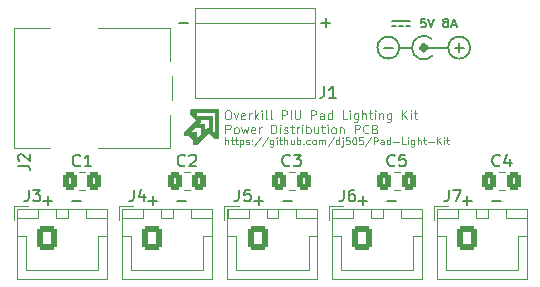
<source format=gto>
%TF.GenerationSoftware,KiCad,Pcbnew,(6.0.8)*%
%TF.CreationDate,2023-01-30T22:30:07-07:00*%
%TF.ProjectId,Power,506f7765-722e-46b6-9963-61645f706362,rev?*%
%TF.SameCoordinates,Original*%
%TF.FileFunction,Legend,Top*%
%TF.FilePolarity,Positive*%
%FSLAX46Y46*%
G04 Gerber Fmt 4.6, Leading zero omitted, Abs format (unit mm)*
G04 Created by KiCad (PCBNEW (6.0.8)) date 2023-01-30 22:30:07*
%MOMM*%
%LPD*%
G01*
G04 APERTURE LIST*
G04 Aperture macros list*
%AMRoundRect*
0 Rectangle with rounded corners*
0 $1 Rounding radius*
0 $2 $3 $4 $5 $6 $7 $8 $9 X,Y pos of 4 corners*
0 Add a 4 corners polygon primitive as box body*
4,1,4,$2,$3,$4,$5,$6,$7,$8,$9,$2,$3,0*
0 Add four circle primitives for the rounded corners*
1,1,$1+$1,$2,$3*
1,1,$1+$1,$4,$5*
1,1,$1+$1,$6,$7*
1,1,$1+$1,$8,$9*
0 Add four rect primitives between the rounded corners*
20,1,$1+$1,$2,$3,$4,$5,0*
20,1,$1+$1,$4,$5,$6,$7,0*
20,1,$1+$1,$6,$7,$8,$9,0*
20,1,$1+$1,$8,$9,$2,$3,0*%
G04 Aperture macros list end*
%ADD10C,0.150000*%
%ADD11C,0.125000*%
%ADD12C,0.100000*%
%ADD13C,0.120000*%
%ADD14C,0.500000*%
%ADD15RoundRect,0.250000X-0.337500X-0.475000X0.337500X-0.475000X0.337500X0.475000X-0.337500X0.475000X0*%
%ADD16RoundRect,0.250000X-0.600000X-0.750000X0.600000X-0.750000X0.600000X0.750000X-0.600000X0.750000X0*%
%ADD17O,1.700000X2.000000*%
%ADD18C,1.600000*%
%ADD19R,2.000000X4.000000*%
%ADD20O,2.000000X3.300000*%
%ADD21O,3.500000X2.000000*%
%ADD22R,3.000000X3.000000*%
%ADD23C,3.000000*%
G04 APERTURE END LIST*
D10*
X116535247Y-100579228D02*
X117297152Y-100579228D01*
X114071447Y-100553828D02*
X114833352Y-100553828D01*
X114452400Y-100934780D02*
X114452400Y-100172876D01*
X125425247Y-100579228D02*
X126187152Y-100579228D01*
X122961447Y-100553828D02*
X123723352Y-100553828D01*
X123342400Y-100934780D02*
X123342400Y-100172876D01*
X134416847Y-100579228D02*
X135178752Y-100579228D01*
X131953047Y-100553828D02*
X132714952Y-100553828D01*
X132334000Y-100934780D02*
X132334000Y-100172876D01*
X143205247Y-100579228D02*
X143967152Y-100579228D01*
X140741447Y-100553828D02*
X141503352Y-100553828D01*
X141122400Y-100934780D02*
X141122400Y-100172876D01*
X152069847Y-100553828D02*
X152831752Y-100553828D01*
X149606047Y-100528428D02*
X150367952Y-100528428D01*
X149987000Y-100909380D02*
X149987000Y-100147476D01*
X143825000Y-85737473D02*
X143925000Y-85737473D01*
X145125000Y-85337473D02*
X143625000Y-85337473D01*
X143625000Y-85737473D02*
X143825000Y-85737473D01*
X144825000Y-85737473D02*
X145125000Y-85737473D01*
X144225000Y-85737473D02*
X144525000Y-85737473D01*
X142919047Y-87583901D02*
X143680952Y-87583901D01*
X125619047Y-85471428D02*
X126380952Y-85471428D01*
D11*
X129652678Y-92885535D02*
X129795535Y-92885535D01*
X129866964Y-92921250D01*
X129938392Y-92992678D01*
X129974107Y-93135535D01*
X129974107Y-93385535D01*
X129938392Y-93528392D01*
X129866964Y-93599821D01*
X129795535Y-93635535D01*
X129652678Y-93635535D01*
X129581250Y-93599821D01*
X129509821Y-93528392D01*
X129474107Y-93385535D01*
X129474107Y-93135535D01*
X129509821Y-92992678D01*
X129581250Y-92921250D01*
X129652678Y-92885535D01*
X130224107Y-93135535D02*
X130402678Y-93635535D01*
X130581250Y-93135535D01*
X131152678Y-93599821D02*
X131081250Y-93635535D01*
X130938392Y-93635535D01*
X130866964Y-93599821D01*
X130831250Y-93528392D01*
X130831250Y-93242678D01*
X130866964Y-93171250D01*
X130938392Y-93135535D01*
X131081250Y-93135535D01*
X131152678Y-93171250D01*
X131188392Y-93242678D01*
X131188392Y-93314107D01*
X130831250Y-93385535D01*
X131509821Y-93635535D02*
X131509821Y-93135535D01*
X131509821Y-93278392D02*
X131545535Y-93206964D01*
X131581250Y-93171250D01*
X131652678Y-93135535D01*
X131724107Y-93135535D01*
X131974107Y-93635535D02*
X131974107Y-92885535D01*
X132045535Y-93349821D02*
X132259821Y-93635535D01*
X132259821Y-93135535D02*
X131974107Y-93421250D01*
X132581250Y-93635535D02*
X132581250Y-93135535D01*
X132581250Y-92885535D02*
X132545535Y-92921250D01*
X132581250Y-92956964D01*
X132616964Y-92921250D01*
X132581250Y-92885535D01*
X132581250Y-92956964D01*
X133045535Y-93635535D02*
X132974107Y-93599821D01*
X132938392Y-93528392D01*
X132938392Y-92885535D01*
X133438392Y-93635535D02*
X133366964Y-93599821D01*
X133331250Y-93528392D01*
X133331250Y-92885535D01*
X134295535Y-93635535D02*
X134295535Y-92885535D01*
X134581250Y-92885535D01*
X134652678Y-92921250D01*
X134688392Y-92956964D01*
X134724107Y-93028392D01*
X134724107Y-93135535D01*
X134688392Y-93206964D01*
X134652678Y-93242678D01*
X134581250Y-93278392D01*
X134295535Y-93278392D01*
X135045535Y-93635535D02*
X135045535Y-92885535D01*
X135402678Y-92885535D02*
X135402678Y-93492678D01*
X135438392Y-93564107D01*
X135474107Y-93599821D01*
X135545535Y-93635535D01*
X135688392Y-93635535D01*
X135759821Y-93599821D01*
X135795535Y-93564107D01*
X135831250Y-93492678D01*
X135831250Y-92885535D01*
X136759821Y-93635535D02*
X136759821Y-92885535D01*
X137045535Y-92885535D01*
X137116964Y-92921250D01*
X137152678Y-92956964D01*
X137188392Y-93028392D01*
X137188392Y-93135535D01*
X137152678Y-93206964D01*
X137116964Y-93242678D01*
X137045535Y-93278392D01*
X136759821Y-93278392D01*
X137831250Y-93635535D02*
X137831250Y-93242678D01*
X137795535Y-93171250D01*
X137724107Y-93135535D01*
X137581250Y-93135535D01*
X137509821Y-93171250D01*
X137831250Y-93599821D02*
X137759821Y-93635535D01*
X137581250Y-93635535D01*
X137509821Y-93599821D01*
X137474107Y-93528392D01*
X137474107Y-93456964D01*
X137509821Y-93385535D01*
X137581250Y-93349821D01*
X137759821Y-93349821D01*
X137831250Y-93314107D01*
X138509821Y-93635535D02*
X138509821Y-92885535D01*
X138509821Y-93599821D02*
X138438392Y-93635535D01*
X138295535Y-93635535D01*
X138224107Y-93599821D01*
X138188392Y-93564107D01*
X138152678Y-93492678D01*
X138152678Y-93278392D01*
X138188392Y-93206964D01*
X138224107Y-93171250D01*
X138295535Y-93135535D01*
X138438392Y-93135535D01*
X138509821Y-93171250D01*
X139795535Y-93635535D02*
X139438392Y-93635535D01*
X139438392Y-92885535D01*
X140045535Y-93635535D02*
X140045535Y-93135535D01*
X140045535Y-92885535D02*
X140009821Y-92921250D01*
X140045535Y-92956964D01*
X140081250Y-92921250D01*
X140045535Y-92885535D01*
X140045535Y-92956964D01*
X140724107Y-93135535D02*
X140724107Y-93742678D01*
X140688392Y-93814107D01*
X140652678Y-93849821D01*
X140581250Y-93885535D01*
X140474107Y-93885535D01*
X140402678Y-93849821D01*
X140724107Y-93599821D02*
X140652678Y-93635535D01*
X140509821Y-93635535D01*
X140438392Y-93599821D01*
X140402678Y-93564107D01*
X140366964Y-93492678D01*
X140366964Y-93278392D01*
X140402678Y-93206964D01*
X140438392Y-93171250D01*
X140509821Y-93135535D01*
X140652678Y-93135535D01*
X140724107Y-93171250D01*
X141081250Y-93635535D02*
X141081250Y-92885535D01*
X141402678Y-93635535D02*
X141402678Y-93242678D01*
X141366964Y-93171250D01*
X141295535Y-93135535D01*
X141188392Y-93135535D01*
X141116964Y-93171250D01*
X141081250Y-93206964D01*
X141652678Y-93135535D02*
X141938392Y-93135535D01*
X141759821Y-92885535D02*
X141759821Y-93528392D01*
X141795535Y-93599821D01*
X141866964Y-93635535D01*
X141938392Y-93635535D01*
X142188392Y-93635535D02*
X142188392Y-93135535D01*
X142188392Y-92885535D02*
X142152678Y-92921250D01*
X142188392Y-92956964D01*
X142224107Y-92921250D01*
X142188392Y-92885535D01*
X142188392Y-92956964D01*
X142545535Y-93135535D02*
X142545535Y-93635535D01*
X142545535Y-93206964D02*
X142581250Y-93171250D01*
X142652678Y-93135535D01*
X142759821Y-93135535D01*
X142831250Y-93171250D01*
X142866964Y-93242678D01*
X142866964Y-93635535D01*
X143545535Y-93135535D02*
X143545535Y-93742678D01*
X143509821Y-93814107D01*
X143474107Y-93849821D01*
X143402678Y-93885535D01*
X143295535Y-93885535D01*
X143224107Y-93849821D01*
X143545535Y-93599821D02*
X143474107Y-93635535D01*
X143331250Y-93635535D01*
X143259821Y-93599821D01*
X143224107Y-93564107D01*
X143188392Y-93492678D01*
X143188392Y-93278392D01*
X143224107Y-93206964D01*
X143259821Y-93171250D01*
X143331250Y-93135535D01*
X143474107Y-93135535D01*
X143545535Y-93171250D01*
X144474107Y-93635535D02*
X144474107Y-92885535D01*
X144902678Y-93635535D02*
X144581250Y-93206964D01*
X144902678Y-92885535D02*
X144474107Y-93314107D01*
X145224107Y-93635535D02*
X145224107Y-93135535D01*
X145224107Y-92885535D02*
X145188392Y-92921250D01*
X145224107Y-92956964D01*
X145259821Y-92921250D01*
X145224107Y-92885535D01*
X145224107Y-92956964D01*
X145474107Y-93135535D02*
X145759821Y-93135535D01*
X145581250Y-92885535D02*
X145581250Y-93528392D01*
X145616964Y-93599821D01*
X145688392Y-93635535D01*
X145759821Y-93635535D01*
X129509821Y-94843035D02*
X129509821Y-94093035D01*
X129795535Y-94093035D01*
X129866964Y-94128750D01*
X129902678Y-94164464D01*
X129938392Y-94235892D01*
X129938392Y-94343035D01*
X129902678Y-94414464D01*
X129866964Y-94450178D01*
X129795535Y-94485892D01*
X129509821Y-94485892D01*
X130366964Y-94843035D02*
X130295535Y-94807321D01*
X130259821Y-94771607D01*
X130224107Y-94700178D01*
X130224107Y-94485892D01*
X130259821Y-94414464D01*
X130295535Y-94378750D01*
X130366964Y-94343035D01*
X130474107Y-94343035D01*
X130545535Y-94378750D01*
X130581250Y-94414464D01*
X130616964Y-94485892D01*
X130616964Y-94700178D01*
X130581250Y-94771607D01*
X130545535Y-94807321D01*
X130474107Y-94843035D01*
X130366964Y-94843035D01*
X130866964Y-94343035D02*
X131009821Y-94843035D01*
X131152678Y-94485892D01*
X131295535Y-94843035D01*
X131438392Y-94343035D01*
X132009821Y-94807321D02*
X131938392Y-94843035D01*
X131795535Y-94843035D01*
X131724107Y-94807321D01*
X131688392Y-94735892D01*
X131688392Y-94450178D01*
X131724107Y-94378750D01*
X131795535Y-94343035D01*
X131938392Y-94343035D01*
X132009821Y-94378750D01*
X132045535Y-94450178D01*
X132045535Y-94521607D01*
X131688392Y-94593035D01*
X132366964Y-94843035D02*
X132366964Y-94343035D01*
X132366964Y-94485892D02*
X132402678Y-94414464D01*
X132438392Y-94378750D01*
X132509821Y-94343035D01*
X132581250Y-94343035D01*
X133402678Y-94843035D02*
X133402678Y-94093035D01*
X133581250Y-94093035D01*
X133688392Y-94128750D01*
X133759821Y-94200178D01*
X133795535Y-94271607D01*
X133831250Y-94414464D01*
X133831250Y-94521607D01*
X133795535Y-94664464D01*
X133759821Y-94735892D01*
X133688392Y-94807321D01*
X133581250Y-94843035D01*
X133402678Y-94843035D01*
X134152678Y-94843035D02*
X134152678Y-94343035D01*
X134152678Y-94093035D02*
X134116964Y-94128750D01*
X134152678Y-94164464D01*
X134188392Y-94128750D01*
X134152678Y-94093035D01*
X134152678Y-94164464D01*
X134474107Y-94807321D02*
X134545535Y-94843035D01*
X134688392Y-94843035D01*
X134759821Y-94807321D01*
X134795535Y-94735892D01*
X134795535Y-94700178D01*
X134759821Y-94628750D01*
X134688392Y-94593035D01*
X134581250Y-94593035D01*
X134509821Y-94557321D01*
X134474107Y-94485892D01*
X134474107Y-94450178D01*
X134509821Y-94378750D01*
X134581250Y-94343035D01*
X134688392Y-94343035D01*
X134759821Y-94378750D01*
X135009821Y-94343035D02*
X135295535Y-94343035D01*
X135116964Y-94093035D02*
X135116964Y-94735892D01*
X135152678Y-94807321D01*
X135224107Y-94843035D01*
X135295535Y-94843035D01*
X135545535Y-94843035D02*
X135545535Y-94343035D01*
X135545535Y-94485892D02*
X135581250Y-94414464D01*
X135616964Y-94378750D01*
X135688392Y-94343035D01*
X135759821Y-94343035D01*
X136009821Y-94843035D02*
X136009821Y-94343035D01*
X136009821Y-94093035D02*
X135974107Y-94128750D01*
X136009821Y-94164464D01*
X136045535Y-94128750D01*
X136009821Y-94093035D01*
X136009821Y-94164464D01*
X136366964Y-94843035D02*
X136366964Y-94093035D01*
X136366964Y-94378750D02*
X136438392Y-94343035D01*
X136581250Y-94343035D01*
X136652678Y-94378750D01*
X136688392Y-94414464D01*
X136724107Y-94485892D01*
X136724107Y-94700178D01*
X136688392Y-94771607D01*
X136652678Y-94807321D01*
X136581250Y-94843035D01*
X136438392Y-94843035D01*
X136366964Y-94807321D01*
X137366964Y-94343035D02*
X137366964Y-94843035D01*
X137045535Y-94343035D02*
X137045535Y-94735892D01*
X137081250Y-94807321D01*
X137152678Y-94843035D01*
X137259821Y-94843035D01*
X137331250Y-94807321D01*
X137366964Y-94771607D01*
X137616964Y-94343035D02*
X137902678Y-94343035D01*
X137724107Y-94093035D02*
X137724107Y-94735892D01*
X137759821Y-94807321D01*
X137831250Y-94843035D01*
X137902678Y-94843035D01*
X138152678Y-94843035D02*
X138152678Y-94343035D01*
X138152678Y-94093035D02*
X138116964Y-94128750D01*
X138152678Y-94164464D01*
X138188392Y-94128750D01*
X138152678Y-94093035D01*
X138152678Y-94164464D01*
X138616964Y-94843035D02*
X138545535Y-94807321D01*
X138509821Y-94771607D01*
X138474107Y-94700178D01*
X138474107Y-94485892D01*
X138509821Y-94414464D01*
X138545535Y-94378750D01*
X138616964Y-94343035D01*
X138724107Y-94343035D01*
X138795535Y-94378750D01*
X138831250Y-94414464D01*
X138866964Y-94485892D01*
X138866964Y-94700178D01*
X138831250Y-94771607D01*
X138795535Y-94807321D01*
X138724107Y-94843035D01*
X138616964Y-94843035D01*
X139188392Y-94343035D02*
X139188392Y-94843035D01*
X139188392Y-94414464D02*
X139224107Y-94378750D01*
X139295535Y-94343035D01*
X139402678Y-94343035D01*
X139474107Y-94378750D01*
X139509821Y-94450178D01*
X139509821Y-94843035D01*
X140438392Y-94843035D02*
X140438392Y-94093035D01*
X140724107Y-94093035D01*
X140795535Y-94128750D01*
X140831250Y-94164464D01*
X140866964Y-94235892D01*
X140866964Y-94343035D01*
X140831250Y-94414464D01*
X140795535Y-94450178D01*
X140724107Y-94485892D01*
X140438392Y-94485892D01*
X141616964Y-94771607D02*
X141581250Y-94807321D01*
X141474107Y-94843035D01*
X141402678Y-94843035D01*
X141295535Y-94807321D01*
X141224107Y-94735892D01*
X141188392Y-94664464D01*
X141152678Y-94521607D01*
X141152678Y-94414464D01*
X141188392Y-94271607D01*
X141224107Y-94200178D01*
X141295535Y-94128750D01*
X141402678Y-94093035D01*
X141474107Y-94093035D01*
X141581250Y-94128750D01*
X141616964Y-94164464D01*
X142188392Y-94450178D02*
X142295535Y-94485892D01*
X142331250Y-94521607D01*
X142366964Y-94593035D01*
X142366964Y-94700178D01*
X142331250Y-94771607D01*
X142295535Y-94807321D01*
X142224107Y-94843035D01*
X141938392Y-94843035D01*
X141938392Y-94093035D01*
X142188392Y-94093035D01*
X142259821Y-94128750D01*
X142295535Y-94164464D01*
X142331250Y-94235892D01*
X142331250Y-94307321D01*
X142295535Y-94378750D01*
X142259821Y-94414464D01*
X142188392Y-94450178D01*
X141938392Y-94450178D01*
D10*
X146417857Y-85126758D02*
X146060714Y-85126758D01*
X146025000Y-85483901D01*
X146060714Y-85448187D01*
X146132142Y-85412473D01*
X146310714Y-85412473D01*
X146382142Y-85448187D01*
X146417857Y-85483901D01*
X146453571Y-85555330D01*
X146453571Y-85733901D01*
X146417857Y-85805330D01*
X146382142Y-85841044D01*
X146310714Y-85876758D01*
X146132142Y-85876758D01*
X146060714Y-85841044D01*
X146025000Y-85805330D01*
X146667857Y-85126758D02*
X146917857Y-85876758D01*
X147167857Y-85126758D01*
X148096428Y-85448187D02*
X148025000Y-85412473D01*
X147989285Y-85376758D01*
X147953571Y-85305330D01*
X147953571Y-85269615D01*
X147989285Y-85198187D01*
X148025000Y-85162473D01*
X148096428Y-85126758D01*
X148239285Y-85126758D01*
X148310714Y-85162473D01*
X148346428Y-85198187D01*
X148382142Y-85269615D01*
X148382142Y-85305330D01*
X148346428Y-85376758D01*
X148310714Y-85412473D01*
X148239285Y-85448187D01*
X148096428Y-85448187D01*
X148025000Y-85483901D01*
X147989285Y-85519615D01*
X147953571Y-85591044D01*
X147953571Y-85733901D01*
X147989285Y-85805330D01*
X148025000Y-85841044D01*
X148096428Y-85876758D01*
X148239285Y-85876758D01*
X148310714Y-85841044D01*
X148346428Y-85805330D01*
X148382142Y-85733901D01*
X148382142Y-85591044D01*
X148346428Y-85519615D01*
X148310714Y-85483901D01*
X148239285Y-85448187D01*
X148667857Y-85662473D02*
X149025000Y-85662473D01*
X148596428Y-85876758D02*
X148846428Y-85126758D01*
X149096428Y-85876758D01*
D12*
X129507857Y-95771428D02*
X129507857Y-95171428D01*
X129765000Y-95771428D02*
X129765000Y-95457142D01*
X129736428Y-95400000D01*
X129679285Y-95371428D01*
X129593571Y-95371428D01*
X129536428Y-95400000D01*
X129507857Y-95428571D01*
X129965000Y-95371428D02*
X130193571Y-95371428D01*
X130050714Y-95171428D02*
X130050714Y-95685714D01*
X130079285Y-95742857D01*
X130136428Y-95771428D01*
X130193571Y-95771428D01*
X130307857Y-95371428D02*
X130536428Y-95371428D01*
X130393571Y-95171428D02*
X130393571Y-95685714D01*
X130422142Y-95742857D01*
X130479285Y-95771428D01*
X130536428Y-95771428D01*
X130736428Y-95371428D02*
X130736428Y-95971428D01*
X130736428Y-95400000D02*
X130793571Y-95371428D01*
X130907857Y-95371428D01*
X130965000Y-95400000D01*
X130993571Y-95428571D01*
X131022142Y-95485714D01*
X131022142Y-95657142D01*
X130993571Y-95714285D01*
X130965000Y-95742857D01*
X130907857Y-95771428D01*
X130793571Y-95771428D01*
X130736428Y-95742857D01*
X131250714Y-95742857D02*
X131307857Y-95771428D01*
X131422142Y-95771428D01*
X131479285Y-95742857D01*
X131507857Y-95685714D01*
X131507857Y-95657142D01*
X131479285Y-95600000D01*
X131422142Y-95571428D01*
X131336428Y-95571428D01*
X131279285Y-95542857D01*
X131250714Y-95485714D01*
X131250714Y-95457142D01*
X131279285Y-95400000D01*
X131336428Y-95371428D01*
X131422142Y-95371428D01*
X131479285Y-95400000D01*
X131765000Y-95714285D02*
X131793571Y-95742857D01*
X131765000Y-95771428D01*
X131736428Y-95742857D01*
X131765000Y-95714285D01*
X131765000Y-95771428D01*
X131765000Y-95400000D02*
X131793571Y-95428571D01*
X131765000Y-95457142D01*
X131736428Y-95428571D01*
X131765000Y-95400000D01*
X131765000Y-95457142D01*
X132479285Y-95142857D02*
X131965000Y-95914285D01*
X133107857Y-95142857D02*
X132593571Y-95914285D01*
X133565000Y-95371428D02*
X133565000Y-95857142D01*
X133536428Y-95914285D01*
X133507857Y-95942857D01*
X133450714Y-95971428D01*
X133365000Y-95971428D01*
X133307857Y-95942857D01*
X133565000Y-95742857D02*
X133507857Y-95771428D01*
X133393571Y-95771428D01*
X133336428Y-95742857D01*
X133307857Y-95714285D01*
X133279285Y-95657142D01*
X133279285Y-95485714D01*
X133307857Y-95428571D01*
X133336428Y-95400000D01*
X133393571Y-95371428D01*
X133507857Y-95371428D01*
X133565000Y-95400000D01*
X133850714Y-95771428D02*
X133850714Y-95371428D01*
X133850714Y-95171428D02*
X133822142Y-95200000D01*
X133850714Y-95228571D01*
X133879285Y-95200000D01*
X133850714Y-95171428D01*
X133850714Y-95228571D01*
X134050714Y-95371428D02*
X134279285Y-95371428D01*
X134136428Y-95171428D02*
X134136428Y-95685714D01*
X134165000Y-95742857D01*
X134222142Y-95771428D01*
X134279285Y-95771428D01*
X134479285Y-95771428D02*
X134479285Y-95171428D01*
X134736428Y-95771428D02*
X134736428Y-95457142D01*
X134707857Y-95400000D01*
X134650714Y-95371428D01*
X134565000Y-95371428D01*
X134507857Y-95400000D01*
X134479285Y-95428571D01*
X135279285Y-95371428D02*
X135279285Y-95771428D01*
X135022142Y-95371428D02*
X135022142Y-95685714D01*
X135050714Y-95742857D01*
X135107857Y-95771428D01*
X135193571Y-95771428D01*
X135250714Y-95742857D01*
X135279285Y-95714285D01*
X135565000Y-95771428D02*
X135565000Y-95171428D01*
X135565000Y-95400000D02*
X135622142Y-95371428D01*
X135736428Y-95371428D01*
X135793571Y-95400000D01*
X135822142Y-95428571D01*
X135850714Y-95485714D01*
X135850714Y-95657142D01*
X135822142Y-95714285D01*
X135793571Y-95742857D01*
X135736428Y-95771428D01*
X135622142Y-95771428D01*
X135565000Y-95742857D01*
X136107857Y-95714285D02*
X136136428Y-95742857D01*
X136107857Y-95771428D01*
X136079285Y-95742857D01*
X136107857Y-95714285D01*
X136107857Y-95771428D01*
X136650714Y-95742857D02*
X136593571Y-95771428D01*
X136479285Y-95771428D01*
X136422142Y-95742857D01*
X136393571Y-95714285D01*
X136365000Y-95657142D01*
X136365000Y-95485714D01*
X136393571Y-95428571D01*
X136422142Y-95400000D01*
X136479285Y-95371428D01*
X136593571Y-95371428D01*
X136650714Y-95400000D01*
X136993571Y-95771428D02*
X136936428Y-95742857D01*
X136907857Y-95714285D01*
X136879285Y-95657142D01*
X136879285Y-95485714D01*
X136907857Y-95428571D01*
X136936428Y-95400000D01*
X136993571Y-95371428D01*
X137079285Y-95371428D01*
X137136428Y-95400000D01*
X137165000Y-95428571D01*
X137193571Y-95485714D01*
X137193571Y-95657142D01*
X137165000Y-95714285D01*
X137136428Y-95742857D01*
X137079285Y-95771428D01*
X136993571Y-95771428D01*
X137450714Y-95771428D02*
X137450714Y-95371428D01*
X137450714Y-95428571D02*
X137479285Y-95400000D01*
X137536428Y-95371428D01*
X137622142Y-95371428D01*
X137679285Y-95400000D01*
X137707857Y-95457142D01*
X137707857Y-95771428D01*
X137707857Y-95457142D02*
X137736428Y-95400000D01*
X137793571Y-95371428D01*
X137879285Y-95371428D01*
X137936428Y-95400000D01*
X137965000Y-95457142D01*
X137965000Y-95771428D01*
X138679285Y-95142857D02*
X138165000Y-95914285D01*
X139136428Y-95771428D02*
X139136428Y-95171428D01*
X139136428Y-95742857D02*
X139079285Y-95771428D01*
X138965000Y-95771428D01*
X138907857Y-95742857D01*
X138879285Y-95714285D01*
X138850714Y-95657142D01*
X138850714Y-95485714D01*
X138879285Y-95428571D01*
X138907857Y-95400000D01*
X138965000Y-95371428D01*
X139079285Y-95371428D01*
X139136428Y-95400000D01*
X139422142Y-95371428D02*
X139422142Y-95885714D01*
X139393571Y-95942857D01*
X139336428Y-95971428D01*
X139307857Y-95971428D01*
X139422142Y-95171428D02*
X139393571Y-95200000D01*
X139422142Y-95228571D01*
X139450714Y-95200000D01*
X139422142Y-95171428D01*
X139422142Y-95228571D01*
X139993571Y-95171428D02*
X139707857Y-95171428D01*
X139679285Y-95457142D01*
X139707857Y-95428571D01*
X139765000Y-95400000D01*
X139907857Y-95400000D01*
X139965000Y-95428571D01*
X139993571Y-95457142D01*
X140022142Y-95514285D01*
X140022142Y-95657142D01*
X139993571Y-95714285D01*
X139965000Y-95742857D01*
X139907857Y-95771428D01*
X139765000Y-95771428D01*
X139707857Y-95742857D01*
X139679285Y-95714285D01*
X140393571Y-95171428D02*
X140450714Y-95171428D01*
X140507857Y-95200000D01*
X140536428Y-95228571D01*
X140565000Y-95285714D01*
X140593571Y-95400000D01*
X140593571Y-95542857D01*
X140565000Y-95657142D01*
X140536428Y-95714285D01*
X140507857Y-95742857D01*
X140450714Y-95771428D01*
X140393571Y-95771428D01*
X140336428Y-95742857D01*
X140307857Y-95714285D01*
X140279285Y-95657142D01*
X140250714Y-95542857D01*
X140250714Y-95400000D01*
X140279285Y-95285714D01*
X140307857Y-95228571D01*
X140336428Y-95200000D01*
X140393571Y-95171428D01*
X141136428Y-95171428D02*
X140850714Y-95171428D01*
X140822142Y-95457142D01*
X140850714Y-95428571D01*
X140907857Y-95400000D01*
X141050714Y-95400000D01*
X141107857Y-95428571D01*
X141136428Y-95457142D01*
X141165000Y-95514285D01*
X141165000Y-95657142D01*
X141136428Y-95714285D01*
X141107857Y-95742857D01*
X141050714Y-95771428D01*
X140907857Y-95771428D01*
X140850714Y-95742857D01*
X140822142Y-95714285D01*
X141850714Y-95142857D02*
X141336428Y-95914285D01*
X142050714Y-95771428D02*
X142050714Y-95171428D01*
X142279285Y-95171428D01*
X142336428Y-95200000D01*
X142365000Y-95228571D01*
X142393571Y-95285714D01*
X142393571Y-95371428D01*
X142365000Y-95428571D01*
X142336428Y-95457142D01*
X142279285Y-95485714D01*
X142050714Y-95485714D01*
X142907857Y-95771428D02*
X142907857Y-95457142D01*
X142879285Y-95400000D01*
X142822142Y-95371428D01*
X142707857Y-95371428D01*
X142650714Y-95400000D01*
X142907857Y-95742857D02*
X142850714Y-95771428D01*
X142707857Y-95771428D01*
X142650714Y-95742857D01*
X142622142Y-95685714D01*
X142622142Y-95628571D01*
X142650714Y-95571428D01*
X142707857Y-95542857D01*
X142850714Y-95542857D01*
X142907857Y-95514285D01*
X143450714Y-95771428D02*
X143450714Y-95171428D01*
X143450714Y-95742857D02*
X143393571Y-95771428D01*
X143279285Y-95771428D01*
X143222142Y-95742857D01*
X143193571Y-95714285D01*
X143165000Y-95657142D01*
X143165000Y-95485714D01*
X143193571Y-95428571D01*
X143222142Y-95400000D01*
X143279285Y-95371428D01*
X143393571Y-95371428D01*
X143450714Y-95400000D01*
X143736428Y-95542857D02*
X144193571Y-95542857D01*
X144765000Y-95771428D02*
X144479285Y-95771428D01*
X144479285Y-95171428D01*
X144965000Y-95771428D02*
X144965000Y-95371428D01*
X144965000Y-95171428D02*
X144936428Y-95200000D01*
X144965000Y-95228571D01*
X144993571Y-95200000D01*
X144965000Y-95171428D01*
X144965000Y-95228571D01*
X145507857Y-95371428D02*
X145507857Y-95857142D01*
X145479285Y-95914285D01*
X145450714Y-95942857D01*
X145393571Y-95971428D01*
X145307857Y-95971428D01*
X145250714Y-95942857D01*
X145507857Y-95742857D02*
X145450714Y-95771428D01*
X145336428Y-95771428D01*
X145279285Y-95742857D01*
X145250714Y-95714285D01*
X145222142Y-95657142D01*
X145222142Y-95485714D01*
X145250714Y-95428571D01*
X145279285Y-95400000D01*
X145336428Y-95371428D01*
X145450714Y-95371428D01*
X145507857Y-95400000D01*
X145793571Y-95771428D02*
X145793571Y-95171428D01*
X146050714Y-95771428D02*
X146050714Y-95457142D01*
X146022142Y-95400000D01*
X145965000Y-95371428D01*
X145879285Y-95371428D01*
X145822142Y-95400000D01*
X145793571Y-95428571D01*
X146250714Y-95371428D02*
X146479285Y-95371428D01*
X146336428Y-95171428D02*
X146336428Y-95685714D01*
X146365000Y-95742857D01*
X146422142Y-95771428D01*
X146479285Y-95771428D01*
X146679285Y-95542857D02*
X147136428Y-95542857D01*
X147422142Y-95771428D02*
X147422142Y-95171428D01*
X147765000Y-95771428D02*
X147507857Y-95428571D01*
X147765000Y-95171428D02*
X147422142Y-95514285D01*
X148022142Y-95771428D02*
X148022142Y-95371428D01*
X148022142Y-95171428D02*
X147993571Y-95200000D01*
X148022142Y-95228571D01*
X148050714Y-95200000D01*
X148022142Y-95171428D01*
X148022142Y-95228571D01*
X148222142Y-95371428D02*
X148450714Y-95371428D01*
X148307857Y-95171428D02*
X148307857Y-95685714D01*
X148336428Y-95742857D01*
X148393571Y-95771428D01*
X148450714Y-95771428D01*
D10*
X137619047Y-85471428D02*
X138380952Y-85471428D01*
X138000000Y-85852380D02*
X138000000Y-85090476D01*
X148919047Y-87583901D02*
X149680952Y-87583901D01*
X149300000Y-87964853D02*
X149300000Y-87202949D01*
%TO.C,C1*%
X117214833Y-97551142D02*
X117167214Y-97598761D01*
X117024357Y-97646380D01*
X116929119Y-97646380D01*
X116786261Y-97598761D01*
X116691023Y-97503523D01*
X116643404Y-97408285D01*
X116595785Y-97217809D01*
X116595785Y-97074952D01*
X116643404Y-96884476D01*
X116691023Y-96789238D01*
X116786261Y-96694000D01*
X116929119Y-96646380D01*
X117024357Y-96646380D01*
X117167214Y-96694000D01*
X117214833Y-96741619D01*
X118167214Y-97646380D02*
X117595785Y-97646380D01*
X117881500Y-97646380D02*
X117881500Y-96646380D01*
X117786261Y-96789238D01*
X117691023Y-96884476D01*
X117595785Y-96932095D01*
%TO.C,J6*%
X139505371Y-99602380D02*
X139505371Y-100316666D01*
X139457752Y-100459523D01*
X139362514Y-100554761D01*
X139219657Y-100602380D01*
X139124419Y-100602380D01*
X140410133Y-99602380D02*
X140219657Y-99602380D01*
X140124419Y-99650000D01*
X140076800Y-99697619D01*
X139981562Y-99840476D01*
X139933943Y-100030952D01*
X139933943Y-100411904D01*
X139981562Y-100507142D01*
X140029181Y-100554761D01*
X140124419Y-100602380D01*
X140314895Y-100602380D01*
X140410133Y-100554761D01*
X140457752Y-100507142D01*
X140505371Y-100411904D01*
X140505371Y-100173809D01*
X140457752Y-100078571D01*
X140410133Y-100030952D01*
X140314895Y-99983333D01*
X140124419Y-99983333D01*
X140029181Y-100030952D01*
X139981562Y-100078571D01*
X139933943Y-100173809D01*
%TO.C,J5*%
X130655371Y-99602380D02*
X130655371Y-100316666D01*
X130607752Y-100459523D01*
X130512514Y-100554761D01*
X130369657Y-100602380D01*
X130274419Y-100602380D01*
X131607752Y-99602380D02*
X131131562Y-99602380D01*
X131083943Y-100078571D01*
X131131562Y-100030952D01*
X131226800Y-99983333D01*
X131464895Y-99983333D01*
X131560133Y-100030952D01*
X131607752Y-100078571D01*
X131655371Y-100173809D01*
X131655371Y-100411904D01*
X131607752Y-100507142D01*
X131560133Y-100554761D01*
X131464895Y-100602380D01*
X131226800Y-100602380D01*
X131131562Y-100554761D01*
X131083943Y-100507142D01*
%TO.C,J2*%
X111952380Y-97583333D02*
X112666666Y-97583333D01*
X112809523Y-97630952D01*
X112904761Y-97726190D01*
X112952380Y-97869047D01*
X112952380Y-97964285D01*
X112047619Y-97154761D02*
X112000000Y-97107142D01*
X111952380Y-97011904D01*
X111952380Y-96773809D01*
X112000000Y-96678571D01*
X112047619Y-96630952D01*
X112142857Y-96583333D01*
X112238095Y-96583333D01*
X112380952Y-96630952D01*
X112952380Y-97202380D01*
X112952380Y-96583333D01*
%TO.C,C2*%
X126083333Y-97551142D02*
X126035714Y-97598761D01*
X125892857Y-97646380D01*
X125797619Y-97646380D01*
X125654761Y-97598761D01*
X125559523Y-97503523D01*
X125511904Y-97408285D01*
X125464285Y-97217809D01*
X125464285Y-97074952D01*
X125511904Y-96884476D01*
X125559523Y-96789238D01*
X125654761Y-96694000D01*
X125797619Y-96646380D01*
X125892857Y-96646380D01*
X126035714Y-96694000D01*
X126083333Y-96741619D01*
X126464285Y-96741619D02*
X126511904Y-96694000D01*
X126607142Y-96646380D01*
X126845238Y-96646380D01*
X126940476Y-96694000D01*
X126988095Y-96741619D01*
X127035714Y-96836857D01*
X127035714Y-96932095D01*
X126988095Y-97074952D01*
X126416666Y-97646380D01*
X127035714Y-97646380D01*
%TO.C,J4*%
X121725371Y-99602380D02*
X121725371Y-100316666D01*
X121677752Y-100459523D01*
X121582514Y-100554761D01*
X121439657Y-100602380D01*
X121344419Y-100602380D01*
X122630133Y-99935714D02*
X122630133Y-100602380D01*
X122392038Y-99554761D02*
X122153943Y-100269047D01*
X122772990Y-100269047D01*
%TO.C,C4*%
X152731833Y-97551142D02*
X152684214Y-97598761D01*
X152541357Y-97646380D01*
X152446119Y-97646380D01*
X152303261Y-97598761D01*
X152208023Y-97503523D01*
X152160404Y-97408285D01*
X152112785Y-97217809D01*
X152112785Y-97074952D01*
X152160404Y-96884476D01*
X152208023Y-96789238D01*
X152303261Y-96694000D01*
X152446119Y-96646380D01*
X152541357Y-96646380D01*
X152684214Y-96694000D01*
X152731833Y-96741619D01*
X153588976Y-96979714D02*
X153588976Y-97646380D01*
X153350880Y-96598761D02*
X153112785Y-97313047D01*
X153731833Y-97313047D01*
%TO.C,J1*%
X137866666Y-90852380D02*
X137866666Y-91566666D01*
X137819047Y-91709523D01*
X137723809Y-91804761D01*
X137580952Y-91852380D01*
X137485714Y-91852380D01*
X138866666Y-91852380D02*
X138295238Y-91852380D01*
X138580952Y-91852380D02*
X138580952Y-90852380D01*
X138485714Y-90995238D01*
X138390476Y-91090476D01*
X138295238Y-91138095D01*
%TO.C,J7*%
X148395371Y-99602380D02*
X148395371Y-100316666D01*
X148347752Y-100459523D01*
X148252514Y-100554761D01*
X148109657Y-100602380D01*
X148014419Y-100602380D01*
X148776324Y-99602380D02*
X149442990Y-99602380D01*
X149014419Y-100602380D01*
%TO.C,C3*%
X134951833Y-97551142D02*
X134904214Y-97598761D01*
X134761357Y-97646380D01*
X134666119Y-97646380D01*
X134523261Y-97598761D01*
X134428023Y-97503523D01*
X134380404Y-97408285D01*
X134332785Y-97217809D01*
X134332785Y-97074952D01*
X134380404Y-96884476D01*
X134428023Y-96789238D01*
X134523261Y-96694000D01*
X134666119Y-96646380D01*
X134761357Y-96646380D01*
X134904214Y-96694000D01*
X134951833Y-96741619D01*
X135285166Y-96646380D02*
X135904214Y-96646380D01*
X135570880Y-97027333D01*
X135713738Y-97027333D01*
X135808976Y-97074952D01*
X135856595Y-97122571D01*
X135904214Y-97217809D01*
X135904214Y-97455904D01*
X135856595Y-97551142D01*
X135808976Y-97598761D01*
X135713738Y-97646380D01*
X135428023Y-97646380D01*
X135332785Y-97598761D01*
X135285166Y-97551142D01*
%TO.C,C5*%
X143841833Y-97551142D02*
X143794214Y-97598761D01*
X143651357Y-97646380D01*
X143556119Y-97646380D01*
X143413261Y-97598761D01*
X143318023Y-97503523D01*
X143270404Y-97408285D01*
X143222785Y-97217809D01*
X143222785Y-97074952D01*
X143270404Y-96884476D01*
X143318023Y-96789238D01*
X143413261Y-96694000D01*
X143556119Y-96646380D01*
X143651357Y-96646380D01*
X143794214Y-96694000D01*
X143841833Y-96741619D01*
X144746595Y-96646380D02*
X144270404Y-96646380D01*
X144222785Y-97122571D01*
X144270404Y-97074952D01*
X144365642Y-97027333D01*
X144603738Y-97027333D01*
X144698976Y-97074952D01*
X144746595Y-97122571D01*
X144794214Y-97217809D01*
X144794214Y-97455904D01*
X144746595Y-97551142D01*
X144698976Y-97598761D01*
X144603738Y-97646380D01*
X144365642Y-97646380D01*
X144270404Y-97598761D01*
X144222785Y-97551142D01*
%TO.C,J3*%
X112835371Y-99602380D02*
X112835371Y-100316666D01*
X112787752Y-100459523D01*
X112692514Y-100554761D01*
X112549657Y-100602380D01*
X112454419Y-100602380D01*
X113216324Y-99602380D02*
X113835371Y-99602380D01*
X113502038Y-99983333D01*
X113644895Y-99983333D01*
X113740133Y-100030952D01*
X113787752Y-100078571D01*
X113835371Y-100173809D01*
X113835371Y-100411904D01*
X113787752Y-100507142D01*
X113740133Y-100554761D01*
X113644895Y-100602380D01*
X113359181Y-100602380D01*
X113263943Y-100554761D01*
X113216324Y-100507142D01*
D13*
%TO.C,C1*%
X117120248Y-98139000D02*
X117642752Y-98139000D01*
X117120248Y-99609000D02*
X117642752Y-99609000D01*
%TO.C,J6*%
X139492500Y-100950000D02*
X138242500Y-100950000D01*
X138242500Y-100950000D02*
X138242500Y-102200000D01*
X142842500Y-101250000D02*
X141842500Y-101250000D01*
X145392500Y-106450000D02*
X142342500Y-106450000D01*
X146142500Y-102000000D02*
X146142500Y-101250000D01*
X140342500Y-101250000D02*
X138542500Y-101250000D01*
X141842500Y-102000000D02*
X142842500Y-102000000D01*
X146142500Y-103500000D02*
X145392500Y-103500000D01*
X138542500Y-102000000D02*
X140342500Y-102000000D01*
X139292500Y-103500000D02*
X139292500Y-106450000D01*
X142842500Y-102000000D02*
X142842500Y-101250000D01*
X138532500Y-107210000D02*
X146152500Y-107210000D01*
X146152500Y-101240000D02*
X138532500Y-101240000D01*
X139292500Y-106450000D02*
X142342500Y-106450000D01*
X138542500Y-101250000D02*
X138542500Y-102000000D01*
X144342500Y-102000000D02*
X146142500Y-102000000D01*
X146152500Y-107210000D02*
X146152500Y-101240000D01*
X144342500Y-101250000D02*
X144342500Y-102000000D01*
X141842500Y-101250000D02*
X141842500Y-102000000D01*
X140342500Y-102000000D02*
X140342500Y-101250000D01*
X145392500Y-103500000D02*
X145392500Y-106450000D01*
X138532500Y-101240000D02*
X138532500Y-107210000D01*
X138542500Y-103500000D02*
X139292500Y-103500000D01*
X146142500Y-101250000D02*
X144342500Y-101250000D01*
%TO.C,J5*%
X135492500Y-101250000D02*
X135492500Y-102000000D01*
X129692500Y-102000000D02*
X131492500Y-102000000D01*
X130442500Y-106450000D02*
X133492500Y-106450000D01*
X129682500Y-107210000D02*
X137302500Y-107210000D01*
X130642500Y-100950000D02*
X129392500Y-100950000D01*
X137302500Y-101240000D02*
X129682500Y-101240000D01*
X137292500Y-103500000D02*
X136542500Y-103500000D01*
X137302500Y-107210000D02*
X137302500Y-101240000D01*
X135492500Y-102000000D02*
X137292500Y-102000000D01*
X129692500Y-103500000D02*
X130442500Y-103500000D01*
X133992500Y-101250000D02*
X132992500Y-101250000D01*
X136542500Y-106450000D02*
X133492500Y-106450000D01*
X131492500Y-102000000D02*
X131492500Y-101250000D01*
X137292500Y-101250000D02*
X135492500Y-101250000D01*
X132992500Y-101250000D02*
X132992500Y-102000000D01*
X129692500Y-101250000D02*
X129692500Y-102000000D01*
X129682500Y-101240000D02*
X129682500Y-107210000D01*
X137292500Y-102000000D02*
X137292500Y-101250000D01*
X130442500Y-103500000D02*
X130442500Y-106450000D01*
X136542500Y-103500000D02*
X136542500Y-106450000D01*
X131492500Y-101250000D02*
X129692500Y-101250000D01*
X132992500Y-102000000D02*
X133992500Y-102000000D01*
X133992500Y-102000000D02*
X133992500Y-101250000D01*
X129392500Y-100950000D02*
X129392500Y-102200000D01*
%TO.C,J2*%
X125000000Y-90000000D02*
X125000000Y-92000000D01*
X111590000Y-85890000D02*
X114650000Y-85890000D01*
X124810000Y-96110000D02*
X118750000Y-96110000D01*
X114650000Y-96110000D02*
X111590000Y-96110000D01*
X124810000Y-93300000D02*
X124810000Y-96110000D01*
X124810000Y-85890000D02*
X124810000Y-88700000D01*
X118750000Y-85890000D02*
X124810000Y-85890000D01*
X111590000Y-96110000D02*
X111590000Y-85890000D01*
%TO.C,C2*%
X125988748Y-99609000D02*
X126511252Y-99609000D01*
X125988748Y-98139000D02*
X126511252Y-98139000D01*
%TO.C,J4*%
X128372500Y-107210000D02*
X128372500Y-101240000D01*
X127612500Y-103500000D02*
X127612500Y-106450000D01*
X122562500Y-101250000D02*
X120762500Y-101250000D01*
X124062500Y-101250000D02*
X124062500Y-102000000D01*
X120752500Y-101240000D02*
X120752500Y-107210000D01*
X128372500Y-101240000D02*
X120752500Y-101240000D01*
X121512500Y-103500000D02*
X121512500Y-106450000D01*
X120762500Y-101250000D02*
X120762500Y-102000000D01*
X120462500Y-100950000D02*
X120462500Y-102200000D01*
X122562500Y-102000000D02*
X122562500Y-101250000D01*
X128362500Y-103500000D02*
X127612500Y-103500000D01*
X120762500Y-103500000D02*
X121512500Y-103500000D01*
X124062500Y-102000000D02*
X125062500Y-102000000D01*
X121712500Y-100950000D02*
X120462500Y-100950000D01*
X120752500Y-107210000D02*
X128372500Y-107210000D01*
X128362500Y-101250000D02*
X126562500Y-101250000D01*
X125062500Y-101250000D02*
X124062500Y-101250000D01*
X126562500Y-101250000D02*
X126562500Y-102000000D01*
X120762500Y-102000000D02*
X122562500Y-102000000D01*
X128362500Y-102000000D02*
X128362500Y-101250000D01*
X127612500Y-106450000D02*
X124562500Y-106450000D01*
X121512500Y-106450000D02*
X124562500Y-106450000D01*
X125062500Y-102000000D02*
X125062500Y-101250000D01*
X126562500Y-102000000D02*
X128362500Y-102000000D01*
%TO.C,G\u002A\u002A\u002A*%
G36*
X126504409Y-92988400D02*
G01*
X126504788Y-92952080D01*
X126505659Y-92925180D01*
X126507216Y-92905542D01*
X126509652Y-92891009D01*
X126513163Y-92879426D01*
X126517943Y-92868634D01*
X126519775Y-92864991D01*
X126540988Y-92835899D01*
X126562692Y-92820619D01*
X126566298Y-92818824D01*
X126570233Y-92817187D01*
X126575120Y-92815702D01*
X126581580Y-92814362D01*
X126590238Y-92813158D01*
X126601714Y-92812083D01*
X126616631Y-92811131D01*
X126635613Y-92810293D01*
X126659281Y-92809563D01*
X126688258Y-92808932D01*
X126723167Y-92808395D01*
X126764629Y-92807942D01*
X126813268Y-92807568D01*
X126869705Y-92807264D01*
X126934564Y-92807023D01*
X127008467Y-92806838D01*
X127092036Y-92806701D01*
X127185894Y-92806606D01*
X127290663Y-92806544D01*
X127406965Y-92806509D01*
X127535424Y-92806493D01*
X127676662Y-92806488D01*
X127757502Y-92806488D01*
X127905820Y-92806489D01*
X128041026Y-92806499D01*
X128163739Y-92806524D01*
X128274581Y-92806572D01*
X128374172Y-92806650D01*
X128463132Y-92806764D01*
X128542082Y-92806924D01*
X128611643Y-92807135D01*
X128672436Y-92807405D01*
X128725080Y-92807741D01*
X128770197Y-92808151D01*
X128808406Y-92808642D01*
X128840330Y-92809222D01*
X128866587Y-92809896D01*
X128887800Y-92810674D01*
X128904588Y-92811561D01*
X128917571Y-92812566D01*
X128927372Y-92813695D01*
X128934609Y-92814956D01*
X128939905Y-92816356D01*
X128943879Y-92817903D01*
X128947152Y-92819604D01*
X128948635Y-92820464D01*
X128968558Y-92836349D01*
X128985239Y-92856333D01*
X128986402Y-92858231D01*
X128988177Y-92861389D01*
X128989796Y-92864953D01*
X128991265Y-92869546D01*
X128992591Y-92875787D01*
X128993782Y-92884297D01*
X128994844Y-92895696D01*
X128995786Y-92910606D01*
X128996615Y-92929647D01*
X128997337Y-92953439D01*
X128997961Y-92982603D01*
X128998493Y-93017759D01*
X128998940Y-93059529D01*
X128999311Y-93108533D01*
X128999611Y-93165391D01*
X128999849Y-93230723D01*
X129000032Y-93305152D01*
X129000167Y-93389296D01*
X129000261Y-93483778D01*
X129000322Y-93589216D01*
X129000357Y-93706233D01*
X129000373Y-93835448D01*
X129000378Y-93977482D01*
X129000378Y-94049364D01*
X129000377Y-94197678D01*
X129000368Y-94332881D01*
X129000343Y-94455595D01*
X129000297Y-94566443D01*
X129000220Y-94666048D01*
X129000107Y-94755032D01*
X128999948Y-94834017D01*
X128999738Y-94903626D01*
X128999469Y-94964481D01*
X128999133Y-95017206D01*
X128998723Y-95062421D01*
X128998232Y-95100751D01*
X128997652Y-95132817D01*
X128996976Y-95159241D01*
X128996196Y-95180647D01*
X128995306Y-95197657D01*
X128994298Y-95210893D01*
X128993164Y-95220977D01*
X128991897Y-95228533D01*
X128990490Y-95234182D01*
X128988935Y-95238548D01*
X128987225Y-95242252D01*
X128986247Y-95244174D01*
X128965239Y-95271417D01*
X128941875Y-95287091D01*
X128930881Y-95292319D01*
X128919786Y-95296215D01*
X128906433Y-95298975D01*
X128888666Y-95300792D01*
X128864327Y-95301861D01*
X128831260Y-95302377D01*
X128787308Y-95302535D01*
X128770570Y-95302541D01*
X128629506Y-95302541D01*
X128375498Y-95048463D01*
X128121490Y-94794386D01*
X127616743Y-95299099D01*
X127111995Y-95803811D01*
X126950072Y-95803811D01*
X126904238Y-95803625D01*
X126863050Y-95803102D01*
X126828472Y-95802296D01*
X126802470Y-95801262D01*
X126787008Y-95800053D01*
X126783572Y-95799234D01*
X126782281Y-95791352D01*
X126781132Y-95771702D01*
X126780177Y-95742248D01*
X126779471Y-95704955D01*
X126779068Y-95661788D01*
X126778994Y-95632676D01*
X126778994Y-95470696D01*
X126557542Y-95249383D01*
X126336090Y-95028069D01*
X126006488Y-95024439D01*
X126004643Y-94859783D01*
X126003296Y-94739470D01*
X126562797Y-94739470D01*
X127067396Y-94739470D01*
X127067396Y-95243860D01*
X127234575Y-95079215D01*
X127401753Y-94914571D01*
X127402809Y-94658786D01*
X127403866Y-94403000D01*
X126899056Y-94403000D01*
X126730927Y-94571235D01*
X126562797Y-94739470D01*
X126003296Y-94739470D01*
X126002800Y-94695127D01*
X126507639Y-94190251D01*
X126645083Y-94052798D01*
X127242704Y-94052798D01*
X127490146Y-94052798D01*
X127560336Y-94052928D01*
X127617728Y-94053339D01*
X127663255Y-94054061D01*
X127697849Y-94055123D01*
X127722442Y-94056557D01*
X127737969Y-94058391D01*
X127745361Y-94060657D01*
X127745828Y-94061038D01*
X127748161Y-94067285D01*
X127750059Y-94081525D01*
X127751551Y-94104692D01*
X127752667Y-94137718D01*
X127753439Y-94181536D01*
X127753895Y-94237080D01*
X127754065Y-94305281D01*
X127754068Y-94316720D01*
X127754068Y-94564162D01*
X127838285Y-94480148D01*
X127922501Y-94396134D01*
X128090538Y-94396134D01*
X128090538Y-93716328D01*
X127410732Y-93716328D01*
X127410732Y-93884365D01*
X127326718Y-93968581D01*
X127242704Y-94052798D01*
X126645083Y-94052798D01*
X127012480Y-93685376D01*
X126758403Y-93431368D01*
X126586983Y-93259995D01*
X127074263Y-93259995D01*
X127187777Y-93372919D01*
X127809108Y-93374672D01*
X128430440Y-93376426D01*
X128432194Y-93997757D01*
X128433947Y-94619089D01*
X128546871Y-94732603D01*
X128660653Y-94732603D01*
X128658848Y-93974332D01*
X128658563Y-93856077D01*
X128658293Y-93750781D01*
X128658023Y-93657671D01*
X128657737Y-93575974D01*
X128657418Y-93504917D01*
X128657051Y-93443725D01*
X128656619Y-93391625D01*
X128656108Y-93347844D01*
X128655500Y-93311609D01*
X128654781Y-93282144D01*
X128653934Y-93258678D01*
X128652944Y-93240436D01*
X128651793Y-93226646D01*
X128650468Y-93216532D01*
X128648951Y-93209323D01*
X128647227Y-93204244D01*
X128645280Y-93200521D01*
X128643095Y-93197382D01*
X128642884Y-93197101D01*
X128626529Y-93178767D01*
X128609765Y-93163982D01*
X128606641Y-93161773D01*
X128603003Y-93159805D01*
X128598079Y-93158062D01*
X128591094Y-93156527D01*
X128581275Y-93155185D01*
X128567849Y-93154020D01*
X128550042Y-93153015D01*
X128527081Y-93152156D01*
X128498191Y-93151426D01*
X128462600Y-93150809D01*
X128419534Y-93150290D01*
X128368219Y-93149852D01*
X128307882Y-93149479D01*
X128237749Y-93149156D01*
X128157047Y-93148868D01*
X128065002Y-93148597D01*
X127960841Y-93148328D01*
X127843790Y-93148045D01*
X127832534Y-93148018D01*
X127074263Y-93146213D01*
X127074263Y-93259995D01*
X126586983Y-93259995D01*
X126504325Y-93177360D01*
X126504325Y-93036296D01*
X126504409Y-92988400D01*
G37*
%TO.C,C4*%
X152637248Y-99609000D02*
X153159752Y-99609000D01*
X152637248Y-98139000D02*
X153159752Y-98139000D01*
%TO.C,J1*%
X137050000Y-91810000D02*
X137050000Y-84190000D01*
X126890000Y-85460000D02*
X137050000Y-85460000D01*
X137050000Y-84190000D02*
X126890000Y-84190000D01*
X126890000Y-84190000D02*
X126890000Y-91810000D01*
X126890000Y-91810000D02*
X137050000Y-91810000D01*
%TO.C,J7*%
X147422500Y-101240000D02*
X147422500Y-107210000D01*
X155042500Y-101240000D02*
X147422500Y-101240000D01*
X149232500Y-101250000D02*
X147432500Y-101250000D01*
X154282500Y-106450000D02*
X151232500Y-106450000D01*
X150732500Y-102000000D02*
X151732500Y-102000000D01*
X148182500Y-103500000D02*
X148182500Y-106450000D01*
X147132500Y-100950000D02*
X147132500Y-102200000D01*
X147432500Y-102000000D02*
X149232500Y-102000000D01*
X151732500Y-102000000D02*
X151732500Y-101250000D01*
X148182500Y-106450000D02*
X151232500Y-106450000D01*
X147432500Y-101250000D02*
X147432500Y-102000000D01*
X147422500Y-107210000D02*
X155042500Y-107210000D01*
X155032500Y-103500000D02*
X154282500Y-103500000D01*
X153232500Y-101250000D02*
X153232500Y-102000000D01*
X151732500Y-101250000D02*
X150732500Y-101250000D01*
X149232500Y-102000000D02*
X149232500Y-101250000D01*
X154282500Y-103500000D02*
X154282500Y-106450000D01*
X155032500Y-101250000D02*
X153232500Y-101250000D01*
X155032500Y-102000000D02*
X155032500Y-101250000D01*
X147432500Y-103500000D02*
X148182500Y-103500000D01*
X148382500Y-100950000D02*
X147132500Y-100950000D01*
X150732500Y-101250000D02*
X150732500Y-102000000D01*
X155042500Y-107210000D02*
X155042500Y-101240000D01*
X153232500Y-102000000D02*
X155032500Y-102000000D01*
D10*
%TO.C,REF\u002A\u002A*%
X144300000Y-87587473D02*
X145200000Y-87587473D01*
X146300000Y-87587473D02*
X148300000Y-87587473D01*
X146975000Y-86837473D02*
G75*
G03*
X147050000Y-88262473I-675000J-750000D01*
G01*
D14*
X146475000Y-87587473D02*
G75*
G03*
X146475000Y-87587473I-175000J0D01*
G01*
D10*
X150225000Y-87587473D02*
G75*
G03*
X150225000Y-87587473I-925000J0D01*
G01*
X144225000Y-87587473D02*
G75*
G03*
X144225000Y-87587473I-925000J0D01*
G01*
D13*
%TO.C,C3*%
X134857248Y-99609000D02*
X135379752Y-99609000D01*
X134857248Y-98139000D02*
X135379752Y-98139000D01*
%TO.C,C5*%
X143747248Y-99609000D02*
X144269752Y-99609000D01*
X143747248Y-98139000D02*
X144269752Y-98139000D01*
%TO.C,J3*%
X119472500Y-102000000D02*
X119472500Y-101250000D01*
X116172500Y-102000000D02*
X116172500Y-101250000D01*
X119482500Y-107210000D02*
X119482500Y-101240000D01*
X112622500Y-103500000D02*
X112622500Y-106450000D01*
X118722500Y-103500000D02*
X118722500Y-106450000D01*
X117672500Y-102000000D02*
X119472500Y-102000000D01*
X111572500Y-100950000D02*
X111572500Y-102200000D01*
X119472500Y-101250000D02*
X117672500Y-101250000D01*
X112822500Y-100950000D02*
X111572500Y-100950000D01*
X119482500Y-101240000D02*
X111862500Y-101240000D01*
X115172500Y-101250000D02*
X115172500Y-102000000D01*
X117672500Y-101250000D02*
X117672500Y-102000000D01*
X112622500Y-106450000D02*
X115672500Y-106450000D01*
X113672500Y-102000000D02*
X113672500Y-101250000D01*
X115172500Y-102000000D02*
X116172500Y-102000000D01*
X116172500Y-101250000D02*
X115172500Y-101250000D01*
X113672500Y-101250000D02*
X111872500Y-101250000D01*
X111862500Y-107210000D02*
X119482500Y-107210000D01*
X111862500Y-101240000D02*
X111862500Y-107210000D01*
X111872500Y-102000000D02*
X113672500Y-102000000D01*
X111872500Y-101250000D02*
X111872500Y-102000000D01*
X111872500Y-103500000D02*
X112622500Y-103500000D01*
X118722500Y-106450000D02*
X115672500Y-106450000D01*
X119472500Y-103500000D02*
X118722500Y-103500000D01*
%TD*%
%LPC*%
D15*
%TO.C,C1*%
X116344000Y-98874000D03*
X118419000Y-98874000D03*
%TD*%
D16*
%TO.C,J6*%
X141092500Y-103700000D03*
D17*
X143592500Y-103700000D03*
%TD*%
D16*
%TO.C,J5*%
X132242500Y-103700000D03*
D17*
X134742500Y-103700000D03*
%TD*%
D18*
%TO.C,J2*%
X114700000Y-91000000D03*
D19*
X123700000Y-91000000D03*
D20*
X117700000Y-91000000D03*
D21*
X116700000Y-95500000D03*
X116700000Y-86500000D03*
%TD*%
D15*
%TO.C,C2*%
X125212500Y-98874000D03*
X127287500Y-98874000D03*
%TD*%
D16*
%TO.C,J4*%
X123312500Y-103700000D03*
D17*
X125812500Y-103700000D03*
%TD*%
D15*
%TO.C,C4*%
X151861000Y-98874000D03*
X153936000Y-98874000D03*
%TD*%
D22*
%TO.C,J1*%
X134510000Y-88000000D03*
D23*
X129430000Y-88000000D03*
%TD*%
D16*
%TO.C,J7*%
X149982500Y-103700000D03*
D17*
X152482500Y-103700000D03*
%TD*%
D15*
%TO.C,C3*%
X134081000Y-98874000D03*
X136156000Y-98874000D03*
%TD*%
%TO.C,C5*%
X142971000Y-98874000D03*
X145046000Y-98874000D03*
%TD*%
D16*
%TO.C,J3*%
X114422500Y-103700000D03*
D17*
X116922500Y-103700000D03*
%TD*%
M02*

</source>
